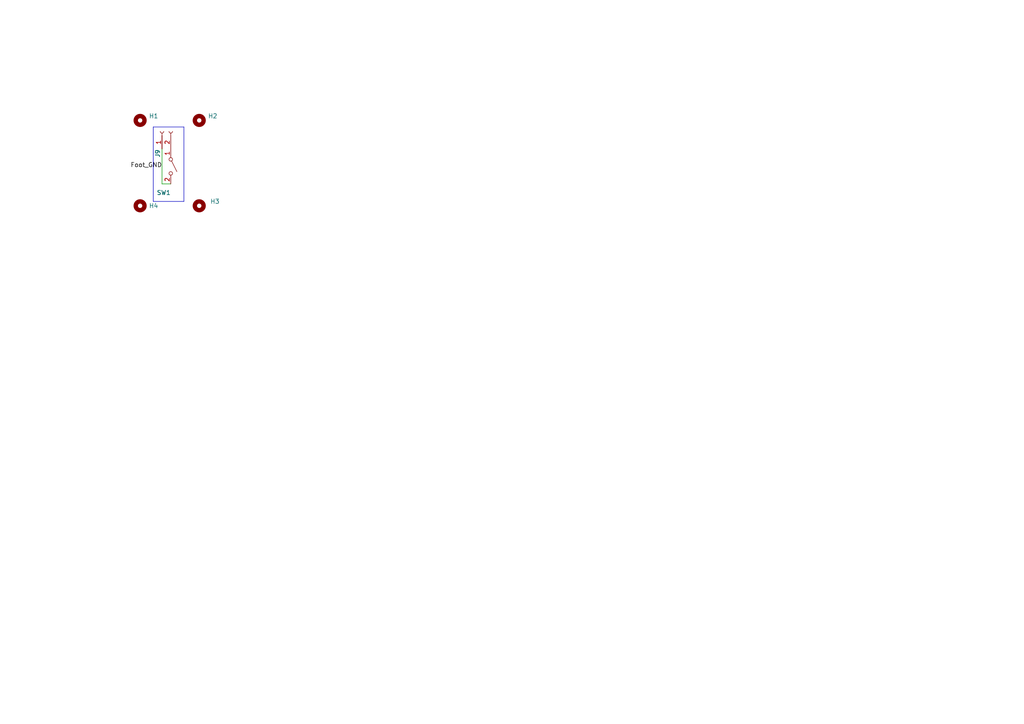
<source format=kicad_sch>
(kicad_sch (version 20230121) (generator eeschema)
  (paper "A4")
  (lib_symbols
    (symbol "Connector:Conn_01x02_Socket" (pin_names (offset 1.016) hide)
      (property "Reference" "J" (at 0 2.54 0))
      (property "Value" "Conn_01x02_Socket" (at 0 -5.08 0))
      (symbol "Conn_01x02_Socket_1_1"
        (arc (start 0 -2.032) (mid -0.5058 -2.54) (end 0 -3.048) (stroke (width 0.1524)))
        (polyline (pts (xy -1.27 -2.54) (xy -0.508 -2.54)) (stroke (width 0.1524)))
        (polyline (pts (xy -1.27 0) (xy -0.508 0)) (stroke (width 0.1524)))
        (arc (start 0 0.508) (mid -0.5058 0) (end 0 -0.508) (stroke (width 0.1524)))
        (pin passive line (at -5.08 0 0) (length 3.81) (name "Pin_1") (number "1"))
        (pin passive line (at -5.08 -2.54 0) (length 3.81) (name "Pin_2") (number "2"))
      )
    )
    (symbol "Mechanical:MountingHole" (pin_names (offset 1.016))
      (property "Reference" "H" (at 0 5.08 0))
      (property "Value" "MountingHole" (at 0 3.175 0))
      (symbol "MountingHole_0_1"
        (circle (center 0 0) (radius 1.27) (stroke (width 1.27)))
      )
    )
    (symbol "Switch:SW_SPST" (pin_names (offset 0) hide)
      (property "Reference" "SW" (at 0 3.175 0))
      (property "Value" "SW_SPST" (at 0 -2.54 0))
      (symbol "SW_SPST_0_0"
        (circle (center -2.032 0) (radius 0.508))
        (polyline (pts (xy -1.524 0.254) (xy 1.524 1.778)))
        (circle (center 2.032 0) (radius 0.508))
      )
      (symbol "SW_SPST_1_1"
        (pin passive line (at -5.08 0 0) (length 2.54) (name "A") (number "1"))
        (pin passive line (at 5.08 0 180) (length 2.54) (name "B") (number "2"))
      )
    )
  )
  (polyline (pts (xy 53.34 58.42) (xy 44.45 58.42)))
  (wire (pts (xy 46.99 53.34) (xy 46.99 43.18)))
  (wire (pts (xy 49.53 53.34) (xy 46.99 53.34)))
  (polyline (pts (xy 44.45 36.83) (xy 44.45 58.42)))
  (polyline (pts (xy 44.45 36.83) (xy 53.34 36.83)))
  (polyline (pts (xy 53.34 36.83) (xy 53.34 58.42)))
  (label "Foot_GND" (at 46.99 48.895 180))
  (symbol (lib_id "Mechanical:MountingHole") (at 57.785 34.925 0) (unit 1) (in_bom no)
    (property "Reference" "H2" (at 60.325 33.655 0) (effects (justify left)))
    (property "Value" "MountingHole" (effects hide))
    (property "Footprint" "MountingHole:MountingHole_2.7mm_M2.5_DIN965" (effects hide))
  )
  (symbol (lib_id "Switch:SW_SPST") (at 49.53 48.26 270) (unit 1)
    (property "Reference" "SW1" (at 49.53 55.88 90) (effects (justify right)))
    (property "Value" "SW_SPST" (effects hide))
    (property "Footprint" "PCM_Switch_Keyboard_Hotswap_Kailh:SW_Hotswap_Kailh_Choc_V1V2_2.00u_90deg" (effects hide))
    (property "LCSC Part #" "C5156480" (effects hide))
  )
  (symbol (lib_id "Mechanical:MountingHole") (at 57.785 59.69 0) (unit 1) (in_bom no)
    (property "Reference" "H3" (at 60.96 58.42 0) (effects (justify left)))
    (property "Value" "MountingHole" (effects hide))
    (property "Footprint" "MountingHole:MountingHole_2.7mm_M2.5_DIN965" (effects hide))
  )
  (symbol (lib_id "Mechanical:MountingHole") (at 40.64 59.69 0) (unit 1) (in_bom no)
    (property "Reference" "H4" (at 43.18 59.69 0) (effects (justify left)))
    (property "Value" "MountingHole" (effects hide))
    (property "Footprint" "MountingHole:MountingHole_2.7mm_M2.5_DIN965" (effects hide))
  )
  (symbol (lib_id "Mechanical:MountingHole") (at 40.64 34.925 0) (unit 1) (in_bom no)
    (property "Reference" "H1" (at 43.18 33.655 0) (effects (justify left)))
    (property "Value" "MountingHole" (effects hide))
    (property "Footprint" "MountingHole:MountingHole_2.7mm_M2.5_DIN965" (effects hide))
  )
  (symbol (lib_id "Connector:Conn_01x02_Socket") (at 46.99 38.1 90) (unit 1)
    (property "Reference" "J9" (at 45.72 45.72 0) (effects (justify left)))
    (property "Value" "Conn_01x02_Socket" (effects hide))
    (property "Footprint" "Connector_JST:JST_PH_S2B-PH-K_1x02_P2.00mm_Horizontal" (effects hide))
    (property "LCSC Part #" "C173752" (effects hide))
  )
)
</source>
